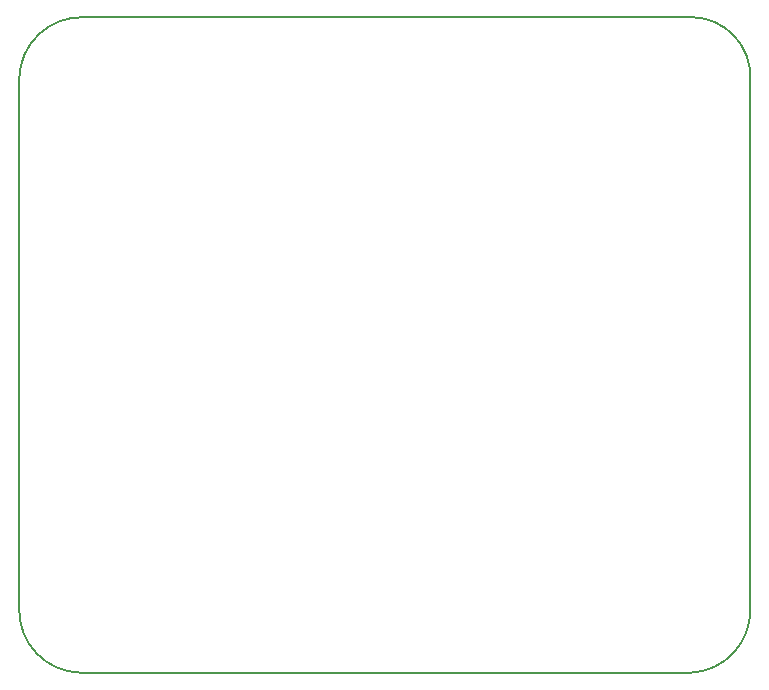
<source format=gbr>
%TF.GenerationSoftware,KiCad,Pcbnew,(6.0.7)*%
%TF.CreationDate,2022-09-11T16:04:51-07:00*%
%TF.ProjectId,All-in-one,416c6c2d-696e-42d6-9f6e-652e6b696361,rev?*%
%TF.SameCoordinates,Original*%
%TF.FileFunction,Profile,NP*%
%FSLAX46Y46*%
G04 Gerber Fmt 4.6, Leading zero omitted, Abs format (unit mm)*
G04 Created by KiCad (PCBNEW (6.0.7)) date 2022-09-11 16:04:51*
%MOMM*%
%LPD*%
G01*
G04 APERTURE LIST*
%TA.AperFunction,Profile*%
%ADD10C,0.150000*%
%TD*%
G04 APERTURE END LIST*
D10*
X25000000Y-71300000D02*
X76700000Y-71300000D01*
X19800000Y-65900000D02*
X19800000Y-21000000D01*
X25250000Y-15800000D02*
X76800000Y-15800000D01*
X25250000Y-15800002D02*
G75*
G03*
X19800000Y-21000000I-152090J-5296608D01*
G01*
X19799974Y-65899999D02*
G75*
G03*
X25000000Y-71300000I5295326J-104501D01*
G01*
X81699978Y-20999999D02*
G75*
G03*
X76800000Y-15800000I-5027078J171599D01*
G01*
X81700000Y-65900000D02*
X81700000Y-21000000D01*
X76700000Y-71300002D02*
G75*
G03*
X81700000Y-65900000I-300820J5293352D01*
G01*
M02*

</source>
